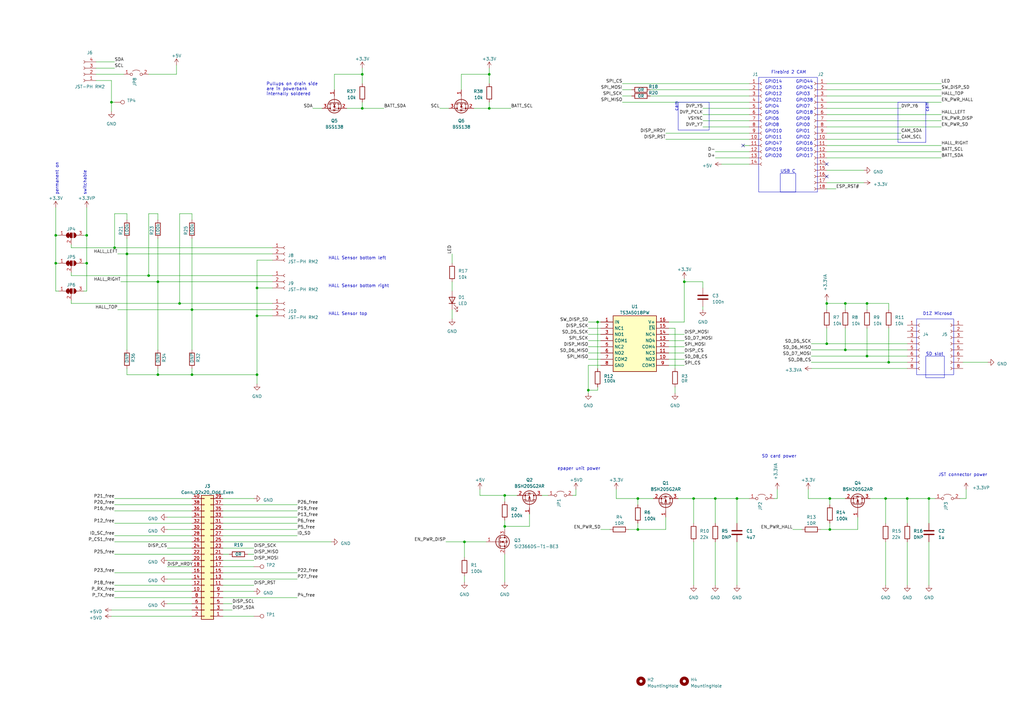
<source format=kicad_sch>
(kicad_sch (version 20230121) (generator eeschema)
  (paper "A3")
  (junction (at 346.71 124.46))
  (junction (at 73.66 124.46))
  (junction (at 293.37 204.47))
  (junction (at 339.09 140.97))
  (junction (at 355.6 146.05))
  (junction (at 22.86 107.95))
  (junction (at 363.22 204.47))
  (junction (at 148.59 30.48))
  (junction (at 60.96 113.03))
  (junction (at 45.72 41.91))
  (junction (at 207.01 203.2))
  (junction (at 35.56 107.95))
  (junction (at 46.99 101.6))
  (junction (at 355.6 124.46))
  (junction (at 339.09 124.46))
  (junction (at 340.36 204.47))
  (junction (at 105.41 118.11))
  (junction (at 346.71 143.51))
  (junction (at 64.77 115.57))
  (junction (at 372.11 204.47))
  (junction (at 284.48 204.47))
  (junction (at 280.67 115.57))
  (junction (at 207.01 215.9))
  (junction (at 261.62 217.17))
  (junction (at 22.86 96.52))
  (junction (at 64.77 153.67))
  (junction (at 381 204.47))
  (junction (at 148.59 44.45))
  (junction (at 245.11 132.08))
  (junction (at 200.66 44.45))
  (junction (at 261.62 204.47))
  (junction (at 78.74 153.67))
  (junction (at 200.66 30.48))
  (junction (at 105.41 129.54))
  (junction (at 78.74 127))
  (junction (at 340.36 217.17))
  (junction (at 302.26 204.47))
  (junction (at 190.5 222.25))
  (junction (at 35.56 96.52))
  (junction (at 364.49 148.59))
  (junction (at 52.07 104.14))
  (junction (at 105.41 153.67))
  (junction (at 241.3 160.02))
  (no_connect (at 339.09 72.39))
  (no_connect (at 339.09 67.31))
  (no_connect (at 304.8 59.69))
  (wire (pts (xy 52.07 87.63) (xy 46.99 87.63)))
  (wire (pts (xy 241.3 139.7) (xy 246.38 139.7)))
  (wire (pts (xy 339.09 46.99) (xy 386.08 46.99)))
  (wire (pts (xy 355.6 146.05) (xy 372.11 146.05)))
  (wire (pts (xy 266.7 39.37) (xy 307.34 39.37)))
  (wire (pts (xy 280.67 114.3) (xy 280.67 115.57)))
  (wire (pts (xy 304.8 59.69) (xy 307.34 59.69)))
  (wire (pts (xy 52.07 153.67) (xy 64.77 153.67)))
  (wire (pts (xy 346.71 124.46) (xy 346.71 127)))
  (wire (pts (xy 91.44 227.33) (xy 93.98 227.33)))
  (wire (pts (xy 372.11 222.25) (xy 372.11 240.03)))
  (wire (pts (xy 381 222.25) (xy 381 240.03)))
  (wire (pts (xy 46.99 222.25) (xy 78.74 222.25)))
  (wire (pts (xy 22.86 107.95) (xy 22.86 119.38)))
  (wire (pts (xy 255.27 34.29) (xy 307.34 34.29)))
  (wire (pts (xy 339.09 123.19) (xy 339.09 124.46)))
  (wire (pts (xy 91.44 212.09) (xy 121.92 212.09)))
  (wire (pts (xy 73.66 124.46) (xy 29.21 124.46)))
  (wire (pts (xy 60.96 87.63) (xy 60.96 113.03)))
  (wire (pts (xy 288.29 49.53) (xy 307.34 49.53)))
  (wire (pts (xy 364.49 124.46) (xy 364.49 127)))
  (wire (pts (xy 245.11 132.08) (xy 245.11 151.13)))
  (wire (pts (xy 185.42 104.14) (xy 185.42 107.95)))
  (wire (pts (xy 363.22 222.25) (xy 363.22 240.03)))
  (wire (pts (xy 64.77 153.67) (xy 64.77 151.13)))
  (wire (pts (xy 355.6 134.62) (xy 355.6 146.05)))
  (wire (pts (xy 363.22 204.47) (xy 363.22 214.63)))
  (wire (pts (xy 241.3 132.08) (xy 245.11 132.08)))
  (wire (pts (xy 91.44 247.65) (xy 95.25 247.65)))
  (wire (pts (xy 241.3 149.86) (xy 246.38 149.86)))
  (wire (pts (xy 73.66 87.63) (xy 73.66 124.46)))
  (wire (pts (xy 339.09 59.69) (xy 386.08 59.69)))
  (wire (pts (xy 381 204.47) (xy 381 214.63)))
  (wire (pts (xy 381 204.47) (xy 383.54 204.47)))
  (wire (pts (xy 346.71 124.46) (xy 355.6 124.46)))
  (wire (pts (xy 336.55 217.17) (xy 340.36 217.17)))
  (wire (pts (xy 200.66 44.45) (xy 194.31 44.45)))
  (wire (pts (xy 46.99 234.95) (xy 78.74 234.95)))
  (wire (pts (xy 207.01 215.9) (xy 217.17 215.9)))
  (wire (pts (xy 293.37 204.47) (xy 302.26 204.47)))
  (wire (pts (xy 295.91 67.31) (xy 307.34 67.31)))
  (wire (pts (xy 101.6 227.33) (xy 104.14 227.33)))
  (wire (pts (xy 339.09 49.53) (xy 386.08 49.53)))
  (wire (pts (xy 339.09 140.97) (xy 372.11 140.97)))
  (wire (pts (xy 273.05 57.15) (xy 307.34 57.15)))
  (wire (pts (xy 91.44 214.63) (xy 121.92 214.63)))
  (wire (pts (xy 34.29 96.52) (xy 35.56 96.52)))
  (wire (pts (xy 261.62 214.63) (xy 261.62 217.17)))
  (wire (pts (xy 111.76 101.6) (xy 46.99 101.6)))
  (wire (pts (xy 91.44 229.87) (xy 104.14 229.87)))
  (wire (pts (xy 331.47 204.47) (xy 340.36 204.47)))
  (wire (pts (xy 246.38 217.17) (xy 250.19 217.17)))
  (wire (pts (xy 207.01 227.33) (xy 207.01 238.76)))
  (wire (pts (xy 189.23 30.48) (xy 189.23 36.83)))
  (wire (pts (xy 284.48 204.47) (xy 284.48 214.63)))
  (wire (pts (xy 64.77 87.63) (xy 60.96 87.63)))
  (wire (pts (xy 302.26 204.47) (xy 307.34 204.47)))
  (wire (pts (xy 64.77 115.57) (xy 64.77 143.51)))
  (wire (pts (xy 64.77 153.67) (xy 78.74 153.67)))
  (wire (pts (xy 284.48 204.47) (xy 278.13 204.47)))
  (wire (pts (xy 339.09 44.45) (xy 369.57 44.45)))
  (wire (pts (xy 340.36 214.63) (xy 340.36 217.17)))
  (wire (pts (xy 91.44 222.25) (xy 135.89 222.25)))
  (wire (pts (xy 68.58 237.49) (xy 78.74 237.49)))
  (wire (pts (xy 72.39 26.67) (xy 72.39 30.48)))
  (wire (pts (xy 261.62 217.17) (xy 273.05 217.17)))
  (wire (pts (xy 261.62 204.47) (xy 261.62 207.01)))
  (wire (pts (xy 60.96 30.48) (xy 72.39 30.48)))
  (wire (pts (xy 91.44 217.17) (xy 121.92 217.17)))
  (wire (pts (xy 68.58 212.09) (xy 78.74 212.09)))
  (wire (pts (xy 255.27 41.91) (xy 307.34 41.91)))
  (wire (pts (xy 318.77 200.66) (xy 318.77 204.47)))
  (wire (pts (xy 293.37 62.23) (xy 307.34 62.23)))
  (wire (pts (xy 29.21 113.03) (xy 29.21 111.76)))
  (wire (pts (xy 332.74 151.13) (xy 372.11 151.13)))
  (wire (pts (xy 64.77 115.57) (xy 111.76 115.57)))
  (wire (pts (xy 339.09 36.83) (xy 386.08 36.83)))
  (wire (pts (xy 91.44 232.41) (xy 104.14 232.41)))
  (wire (pts (xy 331.47 200.66) (xy 331.47 204.47)))
  (wire (pts (xy 182.88 222.25) (xy 190.5 222.25)))
  (wire (pts (xy 91.44 207.01) (xy 121.92 207.01)))
  (wire (pts (xy 273.05 54.61) (xy 307.34 54.61)))
  (wire (pts (xy 49.53 115.57) (xy 64.77 115.57)))
  (wire (pts (xy 241.3 134.62) (xy 246.38 134.62)))
  (wire (pts (xy 22.86 107.95) (xy 24.13 107.95)))
  (wire (pts (xy 241.3 142.24) (xy 246.38 142.24)))
  (wire (pts (xy 273.05 217.17) (xy 273.05 212.09)))
  (wire (pts (xy 252.73 200.66) (xy 252.73 204.47)))
  (wire (pts (xy 241.3 147.32) (xy 246.38 147.32)))
  (wire (pts (xy 34.29 119.38) (xy 35.56 119.38)))
  (wire (pts (xy 332.74 140.97) (xy 339.09 140.97)))
  (wire (pts (xy 78.74 127) (xy 78.74 143.51)))
  (wire (pts (xy 339.09 52.07) (xy 386.08 52.07)))
  (wire (pts (xy 78.74 97.79) (xy 78.74 127)))
  (wire (pts (xy 48.26 104.14) (xy 52.07 104.14)))
  (wire (pts (xy 339.09 124.46) (xy 346.71 124.46)))
  (wire (pts (xy 280.67 115.57) (xy 288.29 115.57)))
  (wire (pts (xy 78.74 87.63) (xy 78.74 90.17)))
  (wire (pts (xy 372.11 204.47) (xy 381 204.47)))
  (wire (pts (xy 236.22 200.66) (xy 236.22 203.2)))
  (wire (pts (xy 245.11 132.08) (xy 246.38 132.08)))
  (wire (pts (xy 209.55 44.45) (xy 200.66 44.45)))
  (wire (pts (xy 241.3 149.86) (xy 241.3 160.02)))
  (wire (pts (xy 46.99 227.33) (xy 78.74 227.33)))
  (wire (pts (xy 46.99 87.63) (xy 46.99 101.6)))
  (wire (pts (xy 91.44 224.79) (xy 104.14 224.79)))
  (wire (pts (xy 128.27 44.45) (xy 132.08 44.45)))
  (wire (pts (xy 340.36 204.47) (xy 346.71 204.47)))
  (wire (pts (xy 224.79 203.2) (xy 222.25 203.2)))
  (wire (pts (xy 60.96 113.03) (xy 111.76 113.03)))
  (wire (pts (xy 180.34 44.45) (xy 184.15 44.45)))
  (wire (pts (xy 91.44 234.95) (xy 121.92 234.95)))
  (wire (pts (xy 29.21 113.03) (xy 60.96 113.03)))
  (wire (pts (xy 332.74 148.59) (xy 364.49 148.59)))
  (wire (pts (xy 105.41 118.11) (xy 111.76 118.11)))
  (wire (pts (xy 190.5 222.25) (xy 190.5 228.6)))
  (wire (pts (xy 46.99 219.71) (xy 78.74 219.71)))
  (wire (pts (xy 91.44 242.57) (xy 104.14 242.57)))
  (wire (pts (xy 148.59 30.48) (xy 137.16 30.48)))
  (wire (pts (xy 46.99 204.47) (xy 78.74 204.47)))
  (wire (pts (xy 46.99 214.63) (xy 78.74 214.63)))
  (wire (pts (xy 355.6 124.46) (xy 364.49 124.46)))
  (wire (pts (xy 274.32 149.86) (xy 280.67 149.86)))
  (wire (pts (xy 266.7 36.83) (xy 307.34 36.83)))
  (wire (pts (xy 255.27 36.83) (xy 259.08 36.83)))
  (wire (pts (xy 78.74 127) (xy 111.76 127)))
  (wire (pts (xy 207.01 203.2) (xy 196.85 203.2)))
  (wire (pts (xy 257.81 217.17) (xy 261.62 217.17)))
  (wire (pts (xy 339.09 69.85) (xy 354.33 69.85)))
  (wire (pts (xy 252.73 204.47) (xy 261.62 204.47)))
  (wire (pts (xy 68.58 224.79) (xy 78.74 224.79)))
  (wire (pts (xy 22.86 96.52) (xy 22.86 107.95)))
  (wire (pts (xy 274.32 139.7) (xy 280.67 139.7)))
  (wire (pts (xy 190.5 236.22) (xy 190.5 238.76)))
  (wire (pts (xy 52.07 90.17) (xy 52.07 87.63)))
  (wire (pts (xy 34.29 107.95) (xy 35.56 107.95)))
  (wire (pts (xy 68.58 232.41) (xy 78.74 232.41)))
  (wire (pts (xy 105.41 129.54) (xy 111.76 129.54)))
  (wire (pts (xy 339.09 41.91) (xy 386.08 41.91)))
  (wire (pts (xy 245.11 158.75) (xy 245.11 160.02)))
  (wire (pts (xy 339.09 77.47) (xy 342.9 77.47)))
  (wire (pts (xy 64.77 97.79) (xy 64.77 115.57)))
  (wire (pts (xy 78.74 153.67) (xy 78.74 151.13)))
  (wire (pts (xy 339.09 62.23) (xy 386.08 62.23)))
  (wire (pts (xy 52.07 153.67) (xy 52.07 151.13)))
  (wire (pts (xy 276.86 134.62) (xy 276.86 151.13)))
  (wire (pts (xy 68.58 229.87) (xy 78.74 229.87)))
  (wire (pts (xy 372.11 204.47) (xy 372.11 214.63)))
  (wire (pts (xy 64.77 87.63) (xy 64.77 90.17)))
  (wire (pts (xy 148.59 34.29) (xy 148.59 30.48)))
  (wire (pts (xy 274.32 134.62) (xy 276.86 134.62)))
  (wire (pts (xy 91.44 240.03) (xy 104.14 240.03)))
  (wire (pts (xy 293.37 204.47) (xy 293.37 214.63)))
  (wire (pts (xy 293.37 222.25) (xy 293.37 240.03)))
  (wire (pts (xy 346.71 134.62) (xy 346.71 143.51)))
  (wire (pts (xy 185.42 115.57) (xy 185.42 119.38)))
  (wire (pts (xy 207.01 213.36) (xy 207.01 215.9)))
  (wire (pts (xy 196.85 200.66) (xy 196.85 203.2)))
  (wire (pts (xy 68.58 247.65) (xy 78.74 247.65)))
  (wire (pts (xy 318.77 204.47) (xy 317.5 204.47)))
  (wire (pts (xy 52.07 97.79) (xy 52.07 104.14)))
  (wire (pts (xy 157.48 44.45) (xy 148.59 44.45)))
  (wire (pts (xy 274.32 147.32) (xy 280.67 147.32)))
  (wire (pts (xy 137.16 30.48) (xy 137.16 36.83)))
  (wire (pts (xy 241.3 137.16) (xy 246.38 137.16)))
  (wire (pts (xy 284.48 222.25) (xy 284.48 240.03)))
  (wire (pts (xy 185.42 127) (xy 185.42 130.81)))
  (wire (pts (xy 288.29 125.73) (xy 288.29 127)))
  (wire (pts (xy 274.32 144.78) (xy 280.67 144.78)))
  (wire (pts (xy 39.37 27.94) (xy 46.99 27.94)))
  (wire (pts (xy 35.56 107.95) (xy 35.56 119.38)))
  (wire (pts (xy 35.56 85.09) (xy 35.56 96.52)))
  (wire (pts (xy 105.41 106.68) (xy 105.41 118.11)))
  (wire (pts (xy 236.22 203.2) (xy 234.95 203.2)))
  (wire (pts (xy 394.97 148.59) (xy 405.13 148.59)))
  (wire (pts (xy 340.36 217.17) (xy 351.79 217.17)))
  (wire (pts (xy 363.22 204.47) (xy 372.11 204.47)))
  (wire (pts (xy 78.74 87.63) (xy 73.66 87.63)))
  (wire (pts (xy 339.09 64.77) (xy 386.08 64.77)))
  (wire (pts (xy 46.99 207.01) (xy 78.74 207.01)))
  (wire (pts (xy 293.37 64.77) (xy 307.34 64.77)))
  (wire (pts (xy 39.37 25.4) (xy 46.99 25.4)))
  (wire (pts (xy 200.66 41.91) (xy 200.66 44.45)))
  (wire (pts (xy 261.62 204.47) (xy 267.97 204.47)))
  (wire (pts (xy 48.26 127) (xy 78.74 127)))
  (wire (pts (xy 396.24 204.47) (xy 393.7 204.47)))
  (wire (pts (xy 91.44 245.11) (xy 121.92 245.11)))
  (wire (pts (xy 302.26 222.25) (xy 302.26 240.03)))
  (wire (pts (xy 22.86 96.52) (xy 24.13 96.52)))
  (wire (pts (xy 91.44 204.47) (xy 104.14 204.47)))
  (wire (pts (xy 39.37 33.02) (xy 45.72 33.02)))
  (wire (pts (xy 22.86 85.09) (xy 22.86 96.52)))
  (wire (pts (xy 207.01 215.9) (xy 207.01 217.17)))
  (wire (pts (xy 241.3 161.29) (xy 241.3 160.02)))
  (wire (pts (xy 91.44 237.49) (xy 121.92 237.49)))
  (wire (pts (xy 199.39 222.25) (xy 190.5 222.25)))
  (wire (pts (xy 46.99 101.6) (xy 29.21 101.6)))
  (wire (pts (xy 148.59 41.91) (xy 148.59 44.45)))
  (wire (pts (xy 245.11 160.02) (xy 241.3 160.02)))
  (wire (pts (xy 91.44 209.55) (xy 121.92 209.55)))
  (wire (pts (xy 46.99 242.57) (xy 78.74 242.57)))
  (wire (pts (xy 207.01 203.2) (xy 212.09 203.2)))
  (wire (pts (xy 45.72 252.73) (xy 78.74 252.73)))
  (wire (pts (xy 91.44 252.73) (xy 104.14 252.73)))
  (wire (pts (xy 274.32 132.08) (xy 280.67 132.08)))
  (wire (pts (xy 396.24 200.66) (xy 396.24 204.47)))
  (wire (pts (xy 274.32 142.24) (xy 280.67 142.24)))
  (wire (pts (xy 339.09 39.37) (xy 386.08 39.37)))
  (wire (pts (xy 288.29 52.07) (xy 307.34 52.07)))
  (wire (pts (xy 22.86 119.38) (xy 24.13 119.38)))
  (wire (pts (xy 45.72 41.91) (xy 45.72 45.72)))
  (wire (pts (xy 78.74 217.17) (xy 68.58 217.17)))
  (wire (pts (xy 288.29 46.99) (xy 307.34 46.99)))
  (wire (pts (xy 105.41 118.11) (xy 105.41 129.54)))
  (wire (pts (xy 332.74 146.05) (xy 355.6 146.05)))
  (wire (pts (xy 288.29 44.45) (xy 307.34 44.45)))
  (wire (pts (xy 241.3 144.78) (xy 246.38 144.78)))
  (wire (pts (xy 364.49 148.59) (xy 372.11 148.59)))
  (wire (pts (xy 200.66 30.48) (xy 189.23 30.48)))
  (wire (pts (xy 45.72 33.02) (xy 45.72 41.91)))
  (wire (pts (xy 274.32 137.16) (xy 280.67 137.16)))
  (wire (pts (xy 105.41 129.54) (xy 105.41 153.67)))
  (wire (pts (xy 46.99 240.03) (xy 78.74 240.03)))
  (wire (pts (xy 288.29 115.57) (xy 288.29 118.11)))
  (wire (pts (xy 217.17 215.9) (xy 217.17 210.82)))
  (wire (pts (xy 148.59 27.94) (xy 148.59 30.48)))
  (wire (pts (xy 35.56 96.52) (xy 35.56 107.95)))
  (wire (pts (xy 200.66 27.94) (xy 200.66 30.48)))
  (wire (pts (xy 29.21 124.46) (xy 29.21 123.19)))
  (wire (pts (xy 255.27 39.37) (xy 259.08 39.37)))
  (wire (pts (xy 339.09 57.15) (xy 369.57 57.15)))
  (wire (pts (xy 148.59 44.45) (xy 142.24 44.45)))
  (wire (pts (xy 111.76 106.68) (xy 105.41 106.68)))
  (wire (pts (xy 280.67 115.57) (xy 280.67 132.08)))
  (wire (pts (xy 346.71 143.51) (xy 372.11 143.51)))
  (wire (pts (xy 340.36 204.47) (xy 340.36 207.01)))
  (wire (pts (xy 355.6 124.46) (xy 355.6 127)))
  (wire (pts (xy 91.44 250.19) (xy 95.25 250.19)))
  (wire (pts (xy 46.99 209.55) (xy 78.74 209.55)))
  (wire (pts (xy 78.74 153.67) (xy 105.41 153.67)))
  (wire (pts (xy 207.01 203.2) (xy 207.01 205.74)))
  (wire (pts (xy 39.37 30.48) (xy 50.8 30.48)))
  (wire (pts (xy 325.12 217.17) (xy 328.93 217.17)))
  (wire (pts (xy 91.44 219.71) (xy 121.92 219.71)))
  (wire (pts (xy 351.79 217.17) (xy 351.79 212.09)))
  (wire (pts (xy 200.66 34.29) (xy 200.66 30.48)))
  (wire (pts (xy 284.48 204.47) (xy 293.37 204.47)))
  (wire (pts (xy 276.86 158.75) (xy 276.86 161.29)))
  (wire (pts (xy 29.21 101.6) (xy 29.21 100.33)))
  (wire (pts (xy 339.09 134.62) (xy 339.09 140.97)))
  (wire (pts (xy 364.49 134.62) (xy 364.49 148.59)))
  (wire (pts (xy 46.99 245.11) (xy 78.74 245.11)))
  (wire (pts (xy 45.72 250.19) (xy 78.74 250.19)))
  (wire (pts (xy 363.22 204.47) (xy 356.87 204.47)))
  (wire (pts (xy 339.09 74.93) (xy 354.33 74.93)))
  (wire (pts (xy 52.07 104.14) (xy 111.76 104.14)))
  (wire (pts (xy 302.26 204.47) (xy 302.26 214.63)))
  (wire (pts (xy 339.09 54.61) (xy 369.57 54.61)))
  (wire (pts (xy 339.09 34.29) (xy 386.08 34.29)))
  (wire (pts (xy 52.07 104.14) (xy 52.07 143.51)))
  (wire (pts (xy 45.72 41.91) (xy 46.99 41.91)))
  (wire (pts (xy 332.74 143.51) (xy 346.71 143.51)))
  (wire (pts (xy 339.09 124.46) (xy 339.09 127)))
  (wire (pts (xy 105.41 153.67) (xy 105.41 157.48)))
  (wire (pts (xy 73.66 124.46) (xy 111.76 124.46)))
  (rectangle (start 375.92 130.81) (end 391.16 153.67))
  (rectangle (start 278.13 41.91) (end 290.83 53.34))
  (rectangle (start 379.73 146.05) (end 387.35 154.94))
  (rectangle (start 320.04 71.12) (end 326.39 78.74))
  (rectangle (start 368.3 41.91) (end 379.73 58.42))
  (rectangle (start 311.15 31.75) (end 335.28 78.74))
  (text "cam" (at 381 41.91 90) (effects (font (size 1.27 1.27)) (justify right bottom)))
  (text "GPIO18" (at 326.39 46.99 0) (effects (font (size 1.27 1.27)) (justify left bottom)))
  (text "GPIO7" (at 326.39 44.45 0) (effects (font (size 1.27 1.27)) (justify left bottom)))
  (text "GPIO5" (at 313.69 46.99 0) (effects (font (size 1.27 1.27)) (justify left bottom)))
  (text "JST connector power" (at 384.81 195.58 0) (effects (font (size 1.27 1.27)) (justify left bottom)))
  (text "GPIO6" (at 313.69 49.53 0) (effects (font (size 1.27 1.27)) (justify left bottom)))
  (text "GPIO15" (at 326.39 62.23 0) (effects (font (size 1.27 1.27)) (justify left bottom)))
  (text "HALL Sensor top" (at 134.62 129.54 0) (effects (font (size 1.27 1.27)) (justify left bottom)))
  (text "D1Z Microsd" (at 378.46 129.54 0) (effects (font (size 1.27 1.27)) (justify left bottom)))
  (text "GPIO44" (at 326.39 34.29 0) (effects (font (size 1.27 1.27)) (justify left bottom)))
  (text "GPIO1" (at 326.39 54.61 0) (effects (font (size 1.27 1.27)) (justify left bottom)))
  (text "GPIO2" (at 326.39 57.15 0) (effects (font (size 1.27 1.27)) (justify left bottom)))
  (text "HALL Sensor bottom right" (at 134.62 118.11 0) (effects (font (size 1.27 1.27)) (justify left bottom)))
  (text "GPIO4" (at 313.69 44.45 0) (effects (font (size 1.27 1.27)) (justify left bottom)))
  (text "GPIO47" (at 313.69 59.69 0) (effects (font (size 1.27 1.27)) (justify left bottom)))
  (text "GPIO8" (at 313.69 52.07 0) (effects (font (size 1.27 1.27)) (justify left bottom)))
  (text "SD slot" (at 379.73 146.05 0) (effects (font (size 1.27 1.27)) (justify left bottom)))
  (text "SD card power" (at 312.42 187.96 0) (effects (font (size 1.27 1.27)) (justify left bottom)))
  (text "GPIO38\n" (at 326.39 41.91 0) (effects (font (size 1.27 1.27)) (justify left bottom)))
  (text "Firebird 2 CAM" (at 316.23 30.48 0) (effects (font (size 1.27 1.27)) (justify left bottom)))
  (text "GPIO13" (at 313.69 36.83 0) (effects (font (size 1.27 1.27)) (justify left bottom)))
  (text "GPIO10" (at 313.69 54.61 0) (effects (font (size 1.27 1.27)) (justify left bottom)))
  (text "GPIO11" (at 313.69 57.15 0) (effects (font (size 1.27 1.27)) (justify left bottom)))
  (text "epaper unit power" (at 228.6 193.04 0) (effects (font (size 1.27 1.27)) (justify left bottom)))
  (text "GPIO9" (at 326.39 49.53 0) (effects (font (size 1.27 1.27)) (justify left bottom)))
  (text "GPIO17" (at 326.39 64.77 0) (effects (font (size 1.27 1.27)) (justify left bottom)))
  (text "GPIO3\n" (at 326.39 39.37 0) (effects (font (size 1.27 1.27)) (justify left bottom)))
  (text "GPIO16" (at 326.39 59.69 0) (effects (font (size 1.27 1.27)) (justify left bottom)))
  (text "HALL Sensor bottom left" (at 134.62 106.68 0) (effects (font (size 1.27 1.27)) (justify left bottom)))
  (text "GPIO12" (at 313.69 39.37 0) (effects (font (size 1.27 1.27)) (justify left bottom)))
  (text "USB C" (at 320.04 71.12 0) (effects (font (size 1.27 1.27)) (justify left bottom)))
  (text "GPIO21" (at 313.69 41.91 0) (effects (font (size 1.27 1.27)) (justify left bottom)))
  (text "permanent on" (at 24.13 80.01 90) (effects (font (size 1.27 1.27)) (justify left bottom)))
  (text "GPIO0" (at 326.39 52.07 0) (effects (font (size 1.27 1.27)) (justify left bottom)))
  (text "GPIO43\n" (at 326.39 36.83 0) (effects (font (size 1.27 1.27)) (justify left bottom)))
  (text "cam" (at 278.13 45.72 90) (effects (font (size 1.27 1.27)) (justify left bottom)))
  (text "switchable" (at 35.56 80.01 90) (effects (font (size 1.27 1.27)) (justify left bottom)))
  (text "GPIO14" (at 313.69 34.29 0) (effects (font (size 1.27 1.27)) (justify left bottom)))
  (text "GPIO19" (at 313.69 62.23 0) (effects (font (size 1.27 1.27)) (justify left bottom)))
  (text "GPIO20" (at 313.69 64.77 0) (effects (font (size 1.27 1.27)) (justify left bottom)))
  (text "Pullups on drain side\nare in powerbank\ninternally soldered" (at 109.22 39.37 0) (effects (font (size 1.27 1.27)) (justify left bottom)))
  (label "DISP_HRDY" (at 68.58 232.41 0))
  (label "HALL_RIGHT" (at 386.08 59.69 0))
  (label "SW_DISP_SD" (at 241.3 132.08 180))
  (label "P_TX_free" (at 46.99 245.11 180))
  (label "HALL_RIGHT" (at 49.53 115.57 180))
  (label "SD_D6_MISO" (at 332.74 143.51 180))
  (label "EN_PWR_HALL" (at 386.08 41.91 0))
  (label "SD_D5_SCK" (at 241.3 137.16 180))
  (label "ESP_RST#" (at 342.9 77.47 0))
  (label "P18_free" (at 46.99 240.03 180))
  (label "HALL_LEFT" (at 48.26 104.14 180))
  (label "P19_free" (at 121.92 209.55 0))
  (label "DISP_CS" (at 280.67 144.78 0))
  (label "BATT_SDA" (at 386.08 64.77 0))
  (label "SW_DISP_SD" (at 386.08 36.83 0))
  (label "SPI_CS" (at 255.27 34.29 180))
  (label "DISP_RST" (at 104.14 240.03 0))
  (label "CAM_SCL" (at 369.57 57.15 0))
  (label "SPI_MOSI" (at 255.27 36.83 180))
  (label "P_CS1_free" (at 46.99 222.25 180))
  (label "EN_PWR_SD" (at 386.08 52.07 0))
  (label "P_RX_free" (at 46.99 242.57 180))
  (label "D-" (at 293.37 62.23 180))
  (label "DISP_MISO" (at 104.14 227.33 0))
  (label "P26_free" (at 121.92 207.01 0))
  (label "ID_SC_free" (at 46.99 219.71 180))
  (label "DVP_PCLK" (at 288.29 46.99 180))
  (label "SD_D6_MISO" (at 241.3 144.78 180))
  (label "P12_free" (at 46.99 214.63 180))
  (label "DISP_HRDY" (at 273.05 54.61 180))
  (label "P4_free" (at 121.92 245.11 0))
  (label "P21_free" (at 46.99 204.47 180))
  (label "SPI_MOSI" (at 280.67 142.24 0))
  (label "P20_free" (at 46.99 207.01 180))
  (label "DISP_SCK" (at 241.3 134.62 180))
  (label "SD_D5_SCK" (at 332.74 140.97 180))
  (label "DISP_RST" (at 273.05 57.15 180))
  (label "P5_free" (at 121.92 217.17 0))
  (label "LED" (at 386.08 34.29 0))
  (label "CAM_SDA" (at 369.57 54.61 0))
  (label "SCL" (at 180.34 44.45 180))
  (label "P6_free" (at 121.92 214.63 0))
  (label "SCL" (at 46.99 27.94 0))
  (label "DISP_MOSI" (at 104.14 229.87 0))
  (label "SPI_CS" (at 280.67 149.86 0))
  (label "HALL_TOP" (at 386.08 39.37 0))
  (label "SDA" (at 128.27 44.45 180))
  (label "BATT_SCL" (at 209.55 44.45 0))
  (label "DISP_SDA" (at 95.25 250.19 0))
  (label "SPI_SCK" (at 255.27 39.37 180))
  (label "SPI_MISO" (at 255.27 41.91 180))
  (label "D+" (at 293.37 64.77 180))
  (label "LED" (at 185.42 104.14 90))
  (label "SD_D8_CS" (at 280.67 147.32 0))
  (label "DVP_Y7" (at 288.29 52.07 180))
  (label "BATT_SDA" (at 157.48 44.45 0))
  (label "SD_D8_CS" (at 332.74 148.59 180))
  (label "SPI_MISO" (at 241.3 147.32 180))
  (label "SPI_SCK" (at 241.3 139.7 180))
  (label "DISP_MOSI" (at 280.67 137.16 0))
  (label "EN_PWR_HALL" (at 325.12 217.17 180))
  (label "SD_D7_MOSI" (at 280.67 139.7 0))
  (label "P16_free" (at 46.99 209.55 180))
  (label "BATT_SCL" (at 386.08 62.23 0))
  (label "VSYNC" (at 288.29 49.53 180))
  (label "DISP_CS" (at 68.58 224.79 180))
  (label "DVP_Y6" (at 369.57 44.45 0))
  (label "EN_PWR_SD" (at 246.38 217.17 180))
  (label "DISP_MISO" (at 241.3 142.24 180))
  (label "P25_free" (at 46.99 227.33 180))
  (label "ID_SD" (at 121.92 219.71 0))
  (label "EN_PWR_DISP" (at 182.88 222.25 180))
  (label "P13_free" (at 121.92 212.09 0))
  (label "DISP_SCK" (at 104.14 224.79 0))
  (label "P23_free" (at 46.99 234.95 180))
  (label "SD_D7_MOSI" (at 332.74 146.05 180))
  (label "SDA" (at 46.99 25.4 0))
  (label "DISP_SCL" (at 95.25 247.65 0))
  (label "EN_PWR_DISP" (at 386.08 49.53 0))
  (label "P27_free" (at 121.92 237.49 0))
  (label "DVP_Y5" (at 288.29 44.45 180))
  (label "HALL_TOP" (at 48.26 127 180))
  (label "P22_free" (at 121.92 234.95 0))
  (label "HALL_LEFT" (at 386.08 46.99 0))
  (symbol (lib_id "Device:R") (at 340.36 210.82 0) (unit 1)
    (property "Reference" "R14" (at 342.9 210.185 0) (effects (justify left)))
    (property "Value" "100k" (at 342.9 212.725 0) (effects (justify left)))
    (property "Footprint" "Resistor_SMD:R_0805_2012Metric_Pad1.20x1.40mm_HandSolder" (effects hide))
  )
  (symbol (lib_id "Connector:TestPoint") (at 104.14 252.73 270) (unit 1)
    (property "Reference" "TP1" (at 109.22 252.095 90) (effects (justify left)))
    (property "Value" "TestPoint" (effects hide))
    (property "Footprint" "TestPoint:TestPoint_Pad_1.5x1.5mm" (effects hide))
  )
  (symbol (lib_id "power:+5V") (at 196.85 200.66 0) (unit 1)
    (property "Reference" "#PWR02" (effects hide))
    (property "Value" "+5V" (at 196.85 196.85 0))
  )
  (symbol (lib_id "power:GND") (at 68.58 212.09 270) (unit 1)
    (property "Reference" "#PWR08" (effects hide))
    (property "Value" "GND" (at 64.77 212.725 90) (effects (justify right)))
  )
  (symbol (lib_id "Device:C") (at 381 218.44 0) (unit 1)
    (property "Reference" "C2" (at 384.81 217.805 0) (effects (justify left)))
    (property "Value" "1u" (at 384.81 220.345 0) (effects (justify left)))
    (property "Footprint" "Capacitor_SMD:C_0805_2012Metric_Pad1.18x1.45mm_HandSolder" (effects hide))
  )
  (symbol (lib_id "Device:R") (at 372.11 218.44 0) (unit 1)
    (property "Reference" "R16" (at 374.65 217.805 0) (effects (justify left)))
    (property "Value" "DNP" (at 374.65 220.345 0) (effects (justify left)))
    (property "Footprint" "Resistor_SMD:R_0805_2012Metric_Pad1.20x1.40mm_HandSolder" (effects hide))
  )
  (symbol (lib_id "Mechanical:MountingHole") (at 262.89 279.4 0) (unit 1)
    (property "Reference" "H2" (at 265.43 278.765 0) (effects (justify left)))
    (property "Value" "MountingHole" (at 265.43 281.305 0) (effects (justify left)))
    (property "Footprint" "MountingHole:MountingHole_2.7mm_M2.5_DIN965" (effects hide))
  )
  (symbol (lib_id "Device:R") (at 78.74 93.98 0) (unit 1)
    (property "Reference" "R25" (at 76.2 96.52 90) (effects (justify left)))
    (property "Value" "100k" (at 78.74 96.52 90) (effects (justify left)))
    (property "Footprint" "Resistor_SMD:R_0805_2012Metric_Pad1.20x1.40mm_HandSolder" (effects hide))
  )
  (symbol (lib_id "power:GND") (at 104.14 242.57 90) (unit 1)
    (property "Reference" "#PWR05" (effects hide))
    (property "Value" "GND" (at 107.95 243.205 90) (effects (justify right)))
  )
  (symbol (lib_id "power:+3.3V") (at 280.67 114.3 0) (unit 1)
    (property "Reference" "#PWR039" (effects hide))
    (property "Value" "+3.3V" (at 280.67 110.49 0))
  )
  (symbol (lib_id "power:GND") (at 381 240.03 0) (unit 1)
    (property "Reference" "#PWR034" (effects hide))
    (property "Value" "GND" (at 381 245.11 0))
  )
  (symbol (lib_id "Device:R") (at 148.59 38.1 0) (mirror x) (unit 1)
    (property "Reference" "R37" (at 146.05 37.465 0) (effects (justify right)))
    (property "Value" "10k" (at 146.05 40.005 0) (effects (justify right)))
    (property "Footprint" "Resistor_SMD:R_0805_2012Metric_Pad1.20x1.40mm_HandSolder" (effects hide))
  )
  (symbol (lib_id "Connector:TestPoint") (at 104.14 232.41 270) (unit 1)
    (property "Reference" "TP2" (at 109.22 231.775 90) (effects (justify left)))
    (property "Value" "TestPoint" (effects hide))
    (property "Footprint" "TestPoint:TestPoint_Pad_1.5x1.5mm" (effects hide))
  )
  (symbol (lib_id "Device:R") (at 207.01 209.55 0) (unit 1)
    (property "Reference" "R2" (at 209.55 208.915 0) (effects (justify left)))
    (property "Value" "100k" (at 209.55 211.455 0) (effects (justify left)))
    (property "Footprint" "Resistor_SMD:R_0805_2012Metric_Pad1.20x1.40mm_HandSolder" (effects hide))
  )
  (symbol (lib_id "Device:C") (at 302.26 218.44 0) (unit 1)
    (property "Reference" "C1" (at 306.07 217.805 0) (effects (justify left)))
    (property "Value" "4u7" (at 306.07 220.345 0) (effects (justify left)))
    (property "Footprint" "Capacitor_SMD:C_0805_2012Metric_Pad1.18x1.45mm_HandSolder" (effects hide))
  )
  (symbol (lib_id "power:GND") (at 207.01 238.76 0) (unit 1)
    (property "Reference" "#PWR020" (effects hide))
    (property "Value" "GND" (at 207.01 243.84 0))
  )
  (symbol (lib_id "Jumper:SolderJumper_3_Bridged12") (at 29.21 96.52 0) (unit 1)
    (property "Reference" "JP4" (at 29.21 93.98 0))
    (property "Value" "SolderJumper_3_Bridged12" (effects hide))
    (property "Footprint" "Jumper:SolderJumper-3_P1.3mm_Bridged12_Pad1.0x1.5mm_NumberLabels" (effects hide))
  )
  (symbol (lib_id "power:+5VD") (at 45.72 250.19 90) (unit 1)
    (property "Reference" "#PWR024" (effects hide))
    (property "Value" "+5VD" (at 41.91 250.825 90) (effects (justify left)))
  )
  (symbol (lib_id "power:GND") (at 302.26 240.03 0) (unit 1)
    (property "Reference" "#PWR029" (effects hide))
    (property "Value" "GND" (at 302.26 245.11 0))
  )
  (symbol (lib_id "power:GND") (at 372.11 240.03 0) (unit 1)
    (property "Reference" "#PWR033" (effects hide))
    (property "Value" "GND" (at 372.11 245.11 0))
  )
  (symbol (lib_id "power:+3.3V") (at 354.33 74.93 270) (unit 1)
    (property "Reference" "#PWR016" (effects hide))
    (property "Value" "+3.3V" (at 358.14 75.565 90) (effects (justify left)))
  )
  (symbol (lib_id "power:GND") (at 68.58 247.65 270) (unit 1)
    (property "Reference" "#PWR03" (effects hide))
    (property "Value" "GND" (at 64.77 248.285 90) (effects (justify right)))
  )
  (symbol (lib_id "Mechanical:MountingHole") (at 280.67 279.4 0) (unit 1)
    (property "Reference" "H4" (at 283.21 278.765 0) (effects (justify left)))
    (property "Value" "MountingHole" (at 283.21 281.305 0) (effects (justify left)))
    (property "Footprint" "MountingHole:MountingHole_2.7mm_M2.5_DIN965" (effects hide))
  )
  (symbol (lib_id "power:GND") (at 241.3 161.29 0) (unit 1)
    (property "Reference" "#PWR012" (effects hide))
    (property "Value" "GND" (at 241.3 166.37 0))
  )
  (symbol (lib_id "Device:R") (at 293.37 218.44 0) (unit 1)
    (property "Reference" "R5" (at 295.91 217.805 0) (effects (justify left)))
    (property "Value" "DNP" (at 295.91 220.345 0) (effects (justify left)))
    (property "Footprint" "Resistor_SMD:R_0805_2012Metric_Pad1.20x1.40mm_HandSolder" (effects hide))
  )
  (symbol (lib_id "power:+3.3V") (at 252.73 200.66 0) (unit 1)
    (property "Reference" "#PWR025" (effects hide))
    (property "Value" "+3.3V" (at 252.73 196.85 0))
  )
  (symbol (lib_id "power:GND") (at 284.48 240.03 0) (unit 1)
    (property "Reference" "#PWR026" (effects hide))
    (property "Value" "GND" (at 284.48 245.11 0))
  )
  (symbol (lib_id "power:GND") (at 68.58 237.49 270) (unit 1)
    (property "Reference" "#PWR011" (effects hide))
    (property "Value" "GND" (at 64.77 238.125 90) (effects (justify right)))
  )
  (symbol (lib_id "Device:LED") (at 185.42 123.19 90) (unit 1)
    (property "Reference" "D1" (at 187.96 121.92 90) (effects (justify right)))
    (property "Value" "LED" (at 187.96 124.46 90) (effects (justify right)))
    (property "Footprint" "LED_SMD:LED_0603_1608Metric_Pad1.05x0.95mm_HandSolder" (effects hide))
  )
  (symbol (lib_id "power:+5VD") (at 236.22 200.66 0) (unit 1)
    (property "Reference" "#PWR023" (effects hide))
    (property "Value" "+5VD" (at 233.68 196.85 0) (effects (justify left)))
  )
  (symbol (lib_id "Jumper:Jumper_2_Open") (at 388.62 204.47 0) (unit 1)
    (property "Reference" "JP3" (at 387.985 205.74 90) (effects (justify right)))
    (property "Value" "Jumper_2_Open" (effects hide))
    (property "Footprint" "Connector_PinHeader_2.54mm:PinHeader_1x02_P2.54mm_Vertical" (effects hide))
  )
  (symbol (lib_id "Connector:Conn_01x03_Socket") (at 116.84 115.57 0) (unit 1)
    (property "Reference" "J9" (at 118.11 116.205 0) (effects (justify left)))
    (property "Value" "JST-PH RM2" (at 118.11 118.745 0) (effects (justify left)))
    (property "Footprint" "Connector_JST:JST_PH_S3B-PH-K_1x03_P2.00mm_Horizontal" (effects hide))
  )
  (symbol (lib_id "Device:Q_PMOS_GSD") (at 351.79 207.01 270) (mirror x) (unit 1)
    (property "Reference" "Q4" (at 351.79 198.12 90))
    (property "Value" "BSH205G2AR" (at 351.79 200.66 90))
    (property "Footprint" "Package_TO_SOT_SMD:SOT-23" (effects hide))
  )
  (symbol (lib_id "Jumper:SolderJumper_3_Bridged12") (at 29.21 107.95 0) (unit 1)
    (property "Reference" "JP5" (at 29.21 105.41 0))
    (property "Value" "SolderJumper_3_Bridged12" (effects hide))
    (property "Footprint" "Jumper:SolderJumper-3_P1.3mm_Bridged12_Pad1.0x1.5mm_NumberLabels" (effects hide))
  )
  (symbol (lib_id "Device:Q_NMOS_GSD") (at 204.47 222.25 0) (unit 1)
    (property "Reference" "Q3" (at 210.82 221.615 0) (effects (justify left)))
    (property "Value" "SI2366DS-T1-BE3" (at 210.82 224.155 0) (effects (justify left)))
    (property "Footprint" "Package_TO_SOT_SMD:SOT-23" (effects hide))
  )
  (symbol (lib_id "TS3A5018PW:TS3A5018PW") (at 246.38 132.08 0) (unit 1)
    (property "Reference" "U1" (at 260.35 125.73 0))
    (property "Value" "TS3A5018PW" (at 260.35 128.27 0))
    (property "Footprint" "footprints:SOP65P640X120-16N" (effects hide))
    (property "Datasheet" "http://www.ti.com/lit/gpn/TS3A5018" (effects hide))
    (property "Height" "1.2" (effects hide))
    (property "Mouser Part Number" "595-TS3A5018PW" (effects hide))
    (property "Mouser Price/Stock" "https://www.mouser.co.uk/ProductDetail/Texas-Instruments/TS3A5018PW?qs=0O%2FZFlpUpJUc9sI3WCMQxA%3D%3D" (effects hide))
    (property "Manufacturer_Name" "Texas Instruments" (effects hide))
    (property "Manufacturer_Part_Number" "TS3A5018PW" (effects hide))
  )
  (symbol (lib_id "power:GND") (at 104.14 204.47 90) (unit 1)
    (property "Reference" "#PWR07" (effects hide))
    (property "Value" "GND" (at 107.95 205.105 90) (effects (justify right)))
  )
  (symbol (lib_id "Device:Q_PMOS_GSD") (at 273.05 207.01 270) (mirror x) (unit 1)
    (property "Reference" "Q1" (at 273.05 198.12 90))
    (property "Value" "BSH205G2AR" (at 273.05 200.66 90))
    (property "Footprint" "Package_TO_SOT_SMD:SOT-23" (effects hide))
  )
  (symbol (lib_id "Device:R") (at 190.5 232.41 0) (unit 1)
    (property "Reference" "R1" (at 193.04 231.775 0) (effects (justify left)))
    (property "Value" "100k" (at 193.04 234.315 0) (effects (justify left)))
    (property "Footprint" "Resistor_SMD:R_0805_2012Metric_Pad1.20x1.40mm_HandSolder" (effects hide))
  )
  (symbol (lib_id "power:GND") (at 68.58 217.17 270) (unit 1)
    (property "Reference" "#PWR09" (effects hide))
    (property "Value" "GND" (at 64.77 217.805 90) (effects (justify right)))
  )
  (symbol (lib_id "power:+3.3VA") (at 339.09 123.19 0) (unit 1)
    (property "Reference" "#PWR030" (effects hide))
    (property "Value" "+3.3VA" (at 338.455 119.38 90) (effects (justify left)))
  )
  (symbol (lib_id "Transistor_FET:BSS138") (at 137.16 41.91 90) (mirror x) (unit 1)
    (property "Reference" "Q5" (at 137.16 49.53 90))
    (property "Value" "BSS138" (at 137.16 52.07 90))
    (property "Footprint" "Package_TO_SOT_SMD:SOT-23" (effects hide))
    (property "Datasheet" "https://www.onsemi.com/pub/Collateral/BSS138-D.PDF" (effects hide))
  )
  (symbol (lib_id "Connector:Conn_01x03_Socket") (at 116.84 104.14 0) (unit 1)
    (property "Reference" "J8" (at 118.11 104.775 0) (effects (justify left)))
    (property "Value" "JST-PH RM2" (at 118.11 107.315 0) (effects (justify left)))
    (property "Footprint" "Connector_JST:JST_PH_S3B-PH-K_1x03_P2.00mm_Horizontal" (effects hide))
  )
  (symbol (lib_id "power:GND") (at 276.86 161.29 0) (unit 1)
    (property "Reference" "#PWR043" (effects hide))
    (property "Value" "GND" (at 276.86 166.37 0))
  )
  (symbol (lib_id "Device:R") (at 78.74 147.32 180) (unit 1)
    (property "Reference" "R32" (at 81.28 144.78 90) (effects (justify left)))
    (property "Value" "DNP" (at 78.74 144.78 90) (effects (justify left)))
    (property "Footprint" "Resistor_SMD:R_0805_2012Metric_Pad1.20x1.40mm_HandSolder" (effects hide))
  )
  (symbol (lib_id "power:GND") (at 288.29 127 0) (unit 1)
    (property "Reference" "#PWR042" (effects hide))
    (property "Value" "GND" (at 288.29 132.08 0))
  )
  (symbol (lib_id "Device:Q_PMOS_GSD") (at 217.17 205.74 270) (mirror x) (unit 1)
    (property "Reference" "Q2" (at 217.17 196.85 90))
    (property "Value" "BSH205G2AR" (at 217.17 199.39 90))
    (property "Footprint" "Package_TO_SOT_SMD:SOT-23" (effects hide))
  )
  (symbol (lib_id "Connector_Generic:Conn_02x20_Odd_Even") (at 86.36 229.87 180) (unit 1)
    (property "Reference" "J3" (at 85.09 199.39 0))
    (property "Value" "Conn_02x20_Odd_Even" (at 85.09 201.93 0))
    (property "Footprint" "footprints:bkl_10122235" (effects hide))
  )
  (symbol (lib_id "power:+3.3V") (at 22.86 85.09 0) (unit 1)
    (property "Reference" "#PWR037" (effects hide))
    (property "Value" "+3.3V" (at 22.86 81.28 0))
  )
  (symbol (lib_id "power:+5V") (at 72.39 26.67 0) (unit 1)
    (property "Reference" "#PWR019" (effects hide))
    (property "Value" "+5V" (at 72.39 22.86 0))
  )
  (symbol (lib_id "power:+3.3VA") (at 332.74 151.13 90) (unit 1)
    (property "Reference" "#PWR015" (effects hide))
    (property "Value" "+3.3VA" (at 328.93 151.765 90) (effects (justify left)))
  )
  (symbol (lib_id "Device:R") (at 97.79 227.33 270) (unit 1)
    (property "Reference" "R19" (at 97.79 223.52 90))
    (property "Value" "0R" (at 97.79 227.33 90))
    (property "Footprint" "Resistor_SMD:R_0805_2012Metric_Pad1.20x1.40mm_HandSolder" (effects hide))
  )
  (symbol (lib_id "power:+3.3V") (at 200.66 27.94 0) (unit 1)
    (property "Reference" "#PWR041" (effects hide))
    (property "Value" "+3.3V" (at 200.66 24.13 0))
  )
  (symbol (lib_id "Device:R") (at 200.66 38.1 0) (mirror x) (unit 1)
    (property "Reference" "R38" (at 198.12 37.465 0) (effects (justify right)))
    (property "Value" "10k" (at 198.12 40.005 0) (effects (justify right)))
    (property "Footprint" "Resistor_SMD:R_0805_2012Metric_Pad1.20x1.40mm_HandSolder" (effects hide))
  )
  (symbol (lib_id "Device:R") (at 364.49 130.81 180) (unit 1)
    (property "Reference" "R11" (at 367.03 130.175 0) (effects (justify right)))
    (property "Value" "10k" (at 367.03 132.715 0) (effects (justify right)))
    (property "Footprint" "Resistor_SMD:R_0805_2012Metric_Pad1.20x1.40mm_HandSolder" (effects hide))
  )
  (symbol (lib_id "Connector:Conn_01x14_Socket") (at 312.42 49.53 0) (unit 1)
    (property "Reference" "J1" (at 308.61 30.48 0) (effects (justify left)))
    (property "Value" "Conn_01x14_Socket" (effects hide))
    (property "Footprint" "Connector_PinSocket_2.54mm:PinSocket_1x14_P2.54mm_Vertical" (effects hide))
  )
  (symbol (lib_id "Jumper:Jumper_2_Open") (at 312.42 204.47 0) (unit 1)
    (property "Reference" "JP2" (at 311.785 205.74 90) (effects (justify right)))
    (property "Value" "Jumper_2_Open" (effects hide))
    (property "Footprint" "Connector_PinHeader_2.54mm:PinHeader_1x02_P2.54mm_Vertical" (effects hide))
  )
  (symbol (lib_id "Device:R") (at 262.89 39.37 270) (unit 1)
    (property "Reference" "R20" (at 267.97 38.1 90))
    (property "Value" "0R" (at 262.89 39.37 90))
    (property "Footprint" "Resistor_SMD:R_0805_2012Metric_Pad1.20x1.40mm_HandSolder" (effects hide))
  )
  (symbol (lib_id "power:GND") (at 190.5 238.76 0) (unit 1)
    (property "Reference" "#PWR022" (effects hide))
    (property "Value" "GND" (at 190.5 243.84 0))
  )
  (symbol (lib_id "Device:R") (at 346.71 130.81 180) (unit 1)
    (property "Reference" "R8" (at 349.25 130.175 0) (effects (justify right)))
    (property "Value" "10k" (at 349.25 132.715 0) (effects (justify right)))
    (property "Footprint" "Resistor_SMD:R_0805_2012Metric_Pad1.20x1.40mm_HandSolder" (effects hide))
  )
  (symbol (lib_id "Device:R") (at 262.89 36.83 270) (unit 1)
    (property "Reference" "R18" (at 267.97 35.56 90))
    (property "Value" "0R" (at 262.89 36.83 90))
    (property "Footprint" "Resistor_SMD:R_0805_2012Metric_Pad1.20x1.40mm_HandSolder" (effects hide))
  )
  (symbol (lib_id "Jumper:SolderJumper_3_Bridged12") (at 29.21 119.38 0) (unit 1)
    (property "Reference" "JP6" (at 29.21 116.84 0))
    (property "Value" "SolderJumper_3_Bridged12" (effects hide))
    (property "Footprint" "Jumper:SolderJumper-3_P1.3mm_Bridged12_Pad1.0x1.5mm_NumberLabels" (effects hide))
  )
  (symbol (lib_id "Device:R") (at 261.62 210.82 0) (unit 1)
    (property "Reference" "R6" (at 264.16 210.185 0) (effects (justify left)))
    (property "Value" "100k" (at 264.16 212.725 0) (effects (justify left)))
    (property "Footprint" "Resistor_SMD:R_0805_2012Metric_Pad1.20x1.40mm_HandSolder" (effects hide))
  )
  (symbol (lib_id "Device:R") (at 363.22 218.44 0) (unit 1)
    (property "Reference" "R15" (at 365.76 217.805 0) (effects (justify left)))
    (property "Value" "22k" (at 365.76 220.345 0) (effects (justify left)))
    (property "Footprint" "Resistor_SMD:R_0805_2012Metric_Pad1.20x1.40mm_HandSolder" (effects hide))
  )
  (symbol (lib_id "power:GND") (at 45.72 45.72 0) (unit 1)
    (property "Reference" "#PWR018" (effects hide))
    (property "Value" "GND" (at 45.72 50.8 0))
  )
  (symbol (lib_id "Device:R") (at 284.48 218.44 0) (unit 1)
    (property "Reference" "R10" (at 287.02 217.805 0) (effects (justify left)))
    (property "Value" "22k" (at 287.02 220.345 0) (effects (justify left)))
    (property "Footprint" "Resistor_SMD:R_0805_2012Metric_Pad1.20x1.40mm_HandSolder" (effects hide))
  )
  (symbol (lib_id "power:GND") (at 185.42 130.81 0) (unit 1)
    (property "Reference" "#PWR038" (effects hide))
    (property "Value" "GND" (at 185.42 135.89 0))
  )
  (symbol (lib_id "power:+3.3VP") (at 35.56 85.09 0) (unit 1)
    (property "Reference" "#PWR035" (effects hide))
    (property "Value" "+3.3VP" (at 35.56 81.28 0))
  )
  (symbol (lib_id "Device:R") (at 355.6 130.81 180) (unit 1)
    (property "Reference" "R9" (at 358.14 130.175 0) (effects (justify right)))
    (property "Value" "10k" (at 358.14 132.715 0) (effects (justify right)))
    (property "Footprint" "Resistor_SMD:R_0805_2012Metric_Pad1.20x1.40mm_HandSolder" (effects hide))
  )
  (symbol (lib_id "Device:C") (at 288.29 121.92 0) (unit 1)
    (property "Reference" "C3" (at 292.1 121.285 0) (effects (justify left)))
    (property "Value" "100n" (at 292.1 123.825 0) (effects (justify left)))
    (property "Footprint" "Capacitor_SMD:C_0805_2012Metric_Pad1.18x1.45mm_HandSolder" (effects hide))
  )
  (symbol (lib_id "Device:R") (at 339.09 130.81 180) (unit 1)
    (property "Reference" "R7" (at 341.63 130.175 0) (effects (justify right)))
    (property "Value" "10k" (at 341.63 132.715 0) (effects (justify right)))
    (property "Footprint" "Resistor_SMD:R_0805_2012Metric_Pad1.20x1.40mm_HandSolder" (effects hide))
  )
  (symbol (lib_id "power:+5V") (at 295.91 67.31 90) (unit 1)
    (property "Reference" "#PWR013" (effects hide))
    (property "Value" "+5V" (at 292.1 67.945 90) (effects (justify left)))
  )
  (symbol (lib_id "Connector:Conn_01x03_Socket") (at 116.84 127 0) (unit 1)
    (property "Reference" "J10" (at 118.11 127.635 0) (effects (justify left)))
    (property "Value" "JST-PH RM2" (at 118.11 130.175 0) (effects (justify left)))
    (property "Footprint" "Connector_JST:JST_PH_S3B-PH-K_1x03_P2.00mm_Horizontal" (effects hide))
  )
  (symbol (lib_id "Connector:Conn_01x08_Socket") (at 389.89 140.97 0) (mirror y) (unit 1)
    (property "Reference" "J5" (at 388.62 137.16 0) (effects (justify left)))
    (property "Value" "Conn_01x08_Socket" (effects hide))
    (property "Footprint" "Connector_PinSocket_2.54mm:PinSocket_1x08_P2.54mm_Vertical" (effects hide))
  )
  (symbol (lib_id "power:GND") (at 354.33 69.85 90) (unit 1)
    (property "Reference" "#PWR014" (effects hide))
    (property "Value" "GND" (at 358.14 70.485 90) (effects (justify right)))
  )
  (symbol (lib_id "Transistor_FET:BSS138") (at 189.23 41.91 90) (mirror x) (unit 1)
    (property "Reference" "Q6" (at 189.23 49.53 90))
    (property "Value" "BSS138" (at 189.23 52.07 90))
    (property "Footprint" "Package_TO_SOT_SMD:SOT-23" (effects hide))
    (property "Datasheet" "https://www.onsemi.com/pub/Collateral/BSS138-D.PDF" (effects hide))
  )
  (symbol (lib_id "power:GND") (at 363.22 240.03 0) (unit 1)
    (property "Reference" "#PWR032" (effects hide))
    (property "Value" "GND" (at 363.22 245.11 0))
  )
  (symbol (lib_id "power:GND") (at 293.37 240.03 0) (unit 1)
    (property "Reference" "#PWR028" (effects hide))
    (property "Value" "GND" (at 293.37 245.11 0))
  )
  (symbol (lib_id "power:GND") (at 135.89 222.25 90) (unit 1)
    (property "Reference" "#PWR06" (effects hide))
    (property "Value" "GND" (at 139.7 222.885 90) (effects (justify right)))
  )
  (symbol (lib_id "Device:R") (at 52.07 147.32 180) (unit 1)
    (property "Reference" "R36" (at 54.61 144.78 90) (effects (justify left)))
    (property "Value" "DNP" (at 52.07 144.78 90) (effects (justify left)))
    (property "Footprint" "Resistor_SMD:R_0805_2012Metric_Pad1.20x1.40mm_HandSolder" (effects hide))
  )
  (symbol (lib_id "Device:R") (at 254 217.17 90) (unit 1)
    (property "Reference" "R4" (at 254 212.09 90))
    (property "Value" "10R" (at 254 214.63 90))
    (property "Footprint" "Resistor_SMD:R_0805_2012Metric_Pad1.20x1.40mm_HandSolder" (effects hide))
  )
  (symbol (lib_id "power:+3.3VA") (at 318.77 200.66 0) (unit 1)
    (property "Reference" "#PWR027" (effects hide))
    (property "Value" "+3.3VA" (at 318.135 196.85 90) (effects (justify left)))
  )
  (symbol (lib_id "Device:R") (at 332.74 217.17 90) (unit 1)
    (property "Reference" "R13" (at 332.74 212.09 90))
    (property "Value" "10R" (at 332.74 214.63 90))
    (property "Footprint" "Resistor_SMD:R_0805_2012Metric_Pad1.20x1.40mm_HandSolder" (effects hide))
  )
  (symbol (lib_id "Jumper:Jumper_2_Open") (at 55.88 30.48 0) (unit 1)
    (property "Reference" "JP8" (at 55.245 31.75 90) (effects (justify right)))
    (property "Value" "Jumper_2_Open" (effects hide))
    (property "Footprint" "Connector_PinHeader_2.54mm:PinHeader_1x02_P2.54mm_Vertical" (effects hide))
  )
  (symbol (lib_id "Device:R") (at 245.11 154.94 180) (unit 1)
    (property "Reference" "R12" (at 247.65 154.305 0) (effects (justify right)))
    (property "Value" "100k" (at 247.65 156.21 0) (effects (justify right)))
    (property "Footprint" "Resistor_SMD:R_0805_2012Metric_Pad1.20x1.40mm_HandSolder" (effects hide))
  )
  (symbol (lib_id "power:+3.3V") (at 148.59 27.94 0) (unit 1)
    (property "Reference" "#PWR040" (effects hide))
    (property "Value" "+3.3V" (at 148.59 24.13 0))
  )
  (symbol (lib_id "Device:R") (at 276.86 154.94 180) (unit 1)
    (property "Reference" "R3" (at 279.4 154.305 0) (effects (justify right)))
    (property "Value" "0R" (at 279.4 156.21 0) (effects (justify right)))
    (property "Footprint" "Resistor_SMD:R_0805_2012Metric_Pad1.20x1.40mm_HandSolder" (effects hide))
  )
  (symbol (lib_id "power:+3.3V") (at 331.47 200.66 0) (unit 1)
    (property "Reference" "#PWR021" (effects hide))
    (property "Value" "+3.3V" (at 331.47 196.85 0))
  )
  (symbol (lib_id "Jumper:Jumper_2_Open") (at 229.87 203.2 0) (unit 1)
    (property "Reference" "JP1" (at 229.235 204.47 90) (effects (justify right)))
    (property "Value" "Jumper_2_Open" (effects hide))
    (property "Footprint" "Connector_PinHeader_2.54mm:PinHeader_1x02_P2.54mm_Vertical" (effects hide))
  )
  (symbol (lib_id "power:+3.3VP") (at 396.24 200.66 0) (unit 1)
    (property "Reference" "#PWR036" (effects hide))
    (property "Value" "+3.3VP" (at 398.78 200.025 0) (effects (justify left)))
  )
  (symbol (lib_id "power:GND") (at 68.58 229.87 270) (unit 1)
    (property "Reference" "#PWR010" (effects hide))
    (property "Value" "GND" (at 64.77 230.505 90) (effects (justify right)))
  )
  (symbol (lib_id "power:GND") (at 405.13 148.59 90) (unit 1)
    (property "Reference" "#PWR017" (effects hide))
    (property "Value" "GND" (at 408.94 149.225 90) (effects (justify right)))
  )
  (symbol (lib_id "Connector:Conn_01x18_Socket") (at 334.01 54.61 0) (mirror y) (unit 1)
    (property "Reference" "J2" (at 337.82 30.48 0) (effects (justify left)))
    (property "Value" "Conn_01x18_Socket" (effects hide))
    (property "Footprint" "Connector_PinSocket_2.54mm:PinSocket_1x18_P2.54mm_Vertical" (effects hide))
  )
  (symbol (lib_id "Connector:Conn_01x04_Socket") (at 34.29 30.48 180) (unit 1)
    (property "Reference" "J6" (at 36.83 21.59 0))
    (property "Value" "JST-PH RM2" (at 36.83 35.56 0))
    (property "Footprint" "Connector_JST:JST_PH_S4B-PH-K_1x04_P2.00mm_Horizontal" (effects hide))
  )
  (symbol (lib_id "Connector:TestPoint") (at 46.99 41.91 270) (unit 1)
    (property "Reference" "TP4" (at 52.07 41.275 90) (effects (justify left)))
    (property "Value" "TestPoint" (effects hide))
    (property "Footprint" "TestPoint:TestPoint_THTPad_D2.5mm_Drill1.2mm" (effects hide))
  )
  (symbol (lib_id "power:+5VD") (at 45.72 252.73 90) (unit 1)
    (property "Reference" "#PWR01" (effects hide))
    (property "Value" "+5VD" (at 41.91 253.365 90) (effects (justify left)))
  )
  (symbol (lib_id "Device:R") (at 64.77 147.32 180) (unit 1)
    (property "Reference" "R34" (at 67.31 144.78 90) (effects (justify left)))
    (property "Value" "DNP" (at 64.77 144.78 90) (effects (justify left)))
    (property "Footprint" "Resistor_SMD:R_0805_2012Metric_Pad1.20x1.40mm_HandSolder" (effects hide))
  )
  (symbol (lib_id "Device:R") (at 52.07 93.98 0) (unit 1)
    (property "Reference" "R21" (at 49.53 96.52 90) (effects (justify left)))
    (property "Value" "100k" (at 52.07 96.52 90) (effects (justify left)))
    (property "Footprint" "Resistor_SMD:R_0805_2012Metric_Pad1.20x1.40mm_HandSolder" (effects hide))
  )
  (symbol (lib_id "Connector:Conn_01x08_Socket") (at 377.19 140.97 0) (unit 1)
    (property "Reference" "J4" (at 378.46 137.16 0) (effects (justify left)))
    (property "Value" "Conn_01x08_Socket" (effects hide))
    (property "Footprint" "Connector_PinSocket_2.54mm:PinSocket_1x08_P2.54mm_Vertical" (effects hide))
  )
  (symbol (lib_id "Device:R") (at 185.42 111.76 0) (unit 1)
    (property "Reference" "R17" (at 187.96 111.125 0) (effects (justify left)))
    (property "Value" "10k" (at 187.96 113.665 0) (effects (justify left)))
    (property "Footprint" "Resistor_SMD:R_0805_2012Metric_Pad1.20x1.40mm_HandSolder" (effects hide))
  )
  (symbol (lib_id "Device:R") (at 64.77 93.98 0) (unit 1)
    (property "Reference" "R23" (at 62.23 96.52 90) (effects (justify left)))
    (property "Value" "100k" (at 64.77 96.52 90) (effects (justify left)))
    (property "Footprint" "Resistor_SMD:R_0805_2012Metric_Pad1.20x1.40mm_HandSolder" (effects hide))
  )
  (symbol (lib_id "power:GND") (at 105.41 157.48 0) (unit 1)
    (property "Reference" "#PWR031" (effects hide))
    (property "Value" "GND" (at 105.41 162.56 0))
  )
)
</source>
